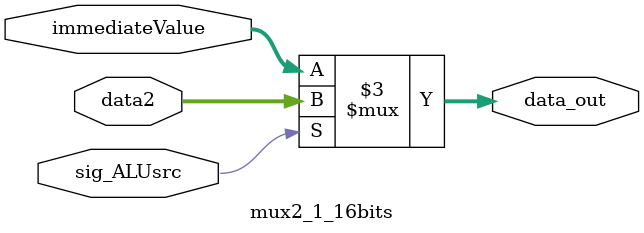
<source format=v>
module mux2_1_16bits(sig_ALUsrc, data2, immediateValue, data_out);
input sig_ALUsrc;
input [15:0] data2, immediateValue;
output reg [15:0] data_out;

always@(*) begin
if (sig_ALUsrc)
	data_out = data2;
else
	data_out = immediateValue;
end

endmodule

</source>
